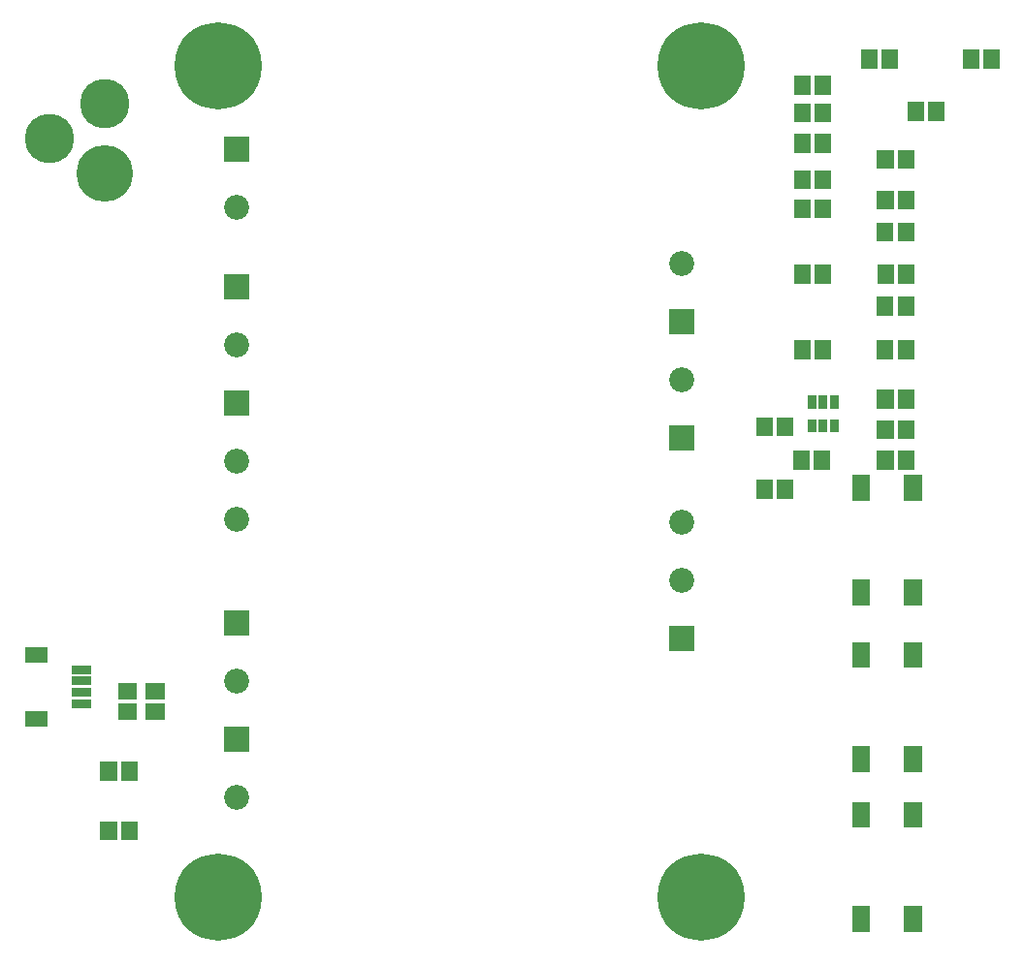
<source format=gbr>
G04 start of page 6 for group -4063 idx -4063 *
G04 Title: (unknown), componentmask *
G04 Creator: pcb 4.0.2 *
G04 CreationDate: Mon Feb 22 18:09:41 2021 UTC *
G04 For: ndholmes *
G04 Format: Gerber/RS-274X *
G04 PCB-Dimensions (mil): 3500.00 3200.00 *
G04 PCB-Coordinate-Origin: lower left *
%MOIN*%
%FSLAX25Y25*%
%LNTOPMASK*%
%ADD46C,0.1700*%
%ADD45C,0.1950*%
%ADD44C,0.2997*%
%ADD43C,0.0860*%
%ADD42C,0.0001*%
G54D42*G36*
X222200Y179300D02*Y170700D01*
X230800D01*
Y179300D01*
X222200D01*
G37*
G54D43*X226500Y195000D03*
G54D42*G36*
X222200Y219300D02*Y210700D01*
X230800D01*
Y219300D01*
X222200D01*
G37*
G54D43*X226500Y235000D03*
G54D44*X233000Y17000D03*
G54D42*G36*
X222200Y110300D02*Y101700D01*
X230800D01*
Y110300D01*
X222200D01*
G37*
G54D43*X226500Y126000D03*
Y146000D03*
G54D44*X233000Y303000D03*
G54D42*G36*
X69200Y191300D02*Y182700D01*
X77800D01*
Y191300D01*
X69200D01*
G37*
G54D43*X73500Y167000D03*
Y147000D03*
G54D42*G36*
X69200Y231300D02*Y222700D01*
X77800D01*
Y231300D01*
X69200D01*
G37*
G54D43*X73500Y207000D03*
G54D42*G36*
X69200Y115800D02*Y107200D01*
X77800D01*
Y115800D01*
X69200D01*
G37*
G54D43*X73500Y91500D03*
G54D42*G36*
X69200Y75800D02*Y67200D01*
X77800D01*
Y75800D01*
X69200D01*
G37*
G54D43*X73500Y51500D03*
G54D44*X67000Y17000D03*
Y303000D03*
G54D42*G36*
X69200Y278800D02*Y270200D01*
X77800D01*
Y278800D01*
X69200D01*
G37*
G54D43*X73500Y254500D03*
G54D45*X28000Y266000D03*
G54D46*Y290000D03*
X9000Y278000D03*
G54D42*G36*
X32748Y90902D02*Y85184D01*
X39252D01*
Y90902D01*
X32748D01*
G37*
G36*
Y83816D02*Y78098D01*
X39252D01*
Y83816D01*
X32748D01*
G37*
G36*
X42248Y90902D02*Y85184D01*
X48752D01*
Y90902D01*
X42248D01*
G37*
G36*
Y83816D02*Y78098D01*
X48752D01*
Y83816D01*
X42248D01*
G37*
G36*
X32316Y63752D02*X26598D01*
Y57248D01*
X32316D01*
Y63752D01*
G37*
G36*
X39402D02*X33684D01*
Y57248D01*
X39402D01*
Y63752D01*
G37*
G36*
X32316Y43252D02*X26598D01*
Y36748D01*
X32316D01*
Y43252D01*
G37*
G36*
X39402D02*X33684D01*
Y36748D01*
X39402D01*
Y43252D01*
G37*
G36*
X16649Y96887D02*Y93925D01*
X23351D01*
Y96887D01*
X16649D01*
G37*
G36*
X901Y103186D02*Y97862D01*
X8587D01*
Y103186D01*
X901D01*
G37*
G36*
X16649Y92950D02*Y89988D01*
X23351D01*
Y92950D01*
X16649D01*
G37*
G36*
Y89012D02*Y86050D01*
X23351D01*
Y89012D01*
X16649D01*
G37*
G36*
Y85075D02*Y82113D01*
X23351D01*
Y85075D01*
X16649D01*
G37*
G36*
X901Y81138D02*Y75814D01*
X8587D01*
Y81138D01*
X901D01*
G37*
G36*
X308950Y162400D02*X302850D01*
Y153500D01*
X308950D01*
Y162400D01*
G37*
G36*
X291150D02*X285050D01*
Y153500D01*
X291150D01*
Y162400D01*
G37*
G36*
X299316Y191752D02*X293598D01*
Y185248D01*
X299316D01*
Y191752D01*
G37*
G36*
Y181252D02*X293598D01*
Y174748D01*
X299316D01*
Y181252D01*
G37*
G36*
X306402D02*X300684D01*
Y174748D01*
X306402D01*
Y181252D01*
G37*
G36*
X299316Y170752D02*X293598D01*
Y164248D01*
X299316D01*
Y170752D01*
G37*
G36*
X306402D02*X300684D01*
Y164248D01*
X306402D01*
Y170752D01*
G37*
G36*
X308950Y126500D02*X302850D01*
Y117600D01*
X308950D01*
Y126500D01*
G37*
G36*
X291150D02*X285050D01*
Y117600D01*
X291150D01*
Y126500D01*
G37*
G36*
X308950Y104900D02*X302850D01*
Y96000D01*
X308950D01*
Y104900D01*
G37*
G36*
Y69000D02*X302850D01*
Y60100D01*
X308950D01*
Y69000D01*
G37*
G36*
X291150Y104900D02*X285050D01*
Y96000D01*
X291150D01*
Y104900D01*
G37*
G36*
Y69000D02*X285050D01*
Y60100D01*
X291150D01*
Y69000D01*
G37*
G36*
X308950Y49900D02*X302850D01*
Y41000D01*
X308950D01*
Y49900D01*
G37*
G36*
Y14000D02*X302850D01*
Y5100D01*
X308950D01*
Y14000D01*
G37*
G36*
X291150Y49900D02*X285050D01*
Y41000D01*
X291150D01*
Y49900D01*
G37*
G36*
Y14000D02*X285050D01*
Y5100D01*
X291150D01*
Y14000D01*
G37*
G36*
X280500Y189800D02*X277500D01*
Y185200D01*
X280500D01*
Y189800D01*
G37*
G36*
X276600D02*X273600D01*
Y185200D01*
X276600D01*
Y189800D01*
G37*
G36*
X272700D02*X269700D01*
Y185200D01*
X272700D01*
Y189800D01*
G37*
G36*
Y181600D02*X269700D01*
Y177000D01*
X272700D01*
Y181600D01*
G37*
G36*
X276600D02*X273600D01*
Y177000D01*
X276600D01*
Y181600D01*
G37*
G36*
X280500D02*X277500D01*
Y177000D01*
X280500D01*
Y181600D01*
G37*
G36*
X277445Y170752D02*X271727D01*
Y164248D01*
X277445D01*
Y170752D01*
G37*
G36*
X270359D02*X264641D01*
Y164248D01*
X270359D01*
Y170752D01*
G37*
G36*
X264902Y182252D02*X259184D01*
Y175748D01*
X264902D01*
Y182252D01*
G37*
G36*
Y160752D02*X259184D01*
Y154248D01*
X264902D01*
Y160752D01*
G37*
G36*
X257816Y182252D02*X252098D01*
Y175748D01*
X257816D01*
Y182252D01*
G37*
G36*
Y160752D02*X252098D01*
Y154248D01*
X257816D01*
Y160752D01*
G37*
G36*
X277902Y208752D02*X272184D01*
Y202248D01*
X277902D01*
Y208752D01*
G37*
G36*
X270816D02*X265098D01*
Y202248D01*
X270816D01*
Y208752D01*
G37*
G36*
X306402Y191752D02*X300684D01*
Y185248D01*
X306402D01*
Y191752D01*
G37*
G36*
X299273Y223752D02*X293555D01*
Y217248D01*
X299273D01*
Y223752D01*
G37*
G36*
X306359D02*X300641D01*
Y217248D01*
X306359D01*
Y223752D01*
G37*
G36*
Y208752D02*X300641D01*
Y202248D01*
X306359D01*
Y208752D01*
G37*
G36*
X299273D02*X293555D01*
Y202248D01*
X299273D01*
Y208752D01*
G37*
G36*
X293816Y308752D02*X288098D01*
Y302248D01*
X293816D01*
Y308752D01*
G37*
G36*
X300902D02*X295184D01*
Y302248D01*
X300902D01*
Y308752D01*
G37*
G36*
X328816D02*X323098D01*
Y302248D01*
X328816D01*
Y308752D01*
G37*
G36*
X335902D02*X330184D01*
Y302248D01*
X335902D01*
Y308752D01*
G37*
G36*
X316902Y290752D02*X311184D01*
Y284248D01*
X316902D01*
Y290752D01*
G37*
G36*
X299316Y274252D02*X293598D01*
Y267748D01*
X299316D01*
Y274252D01*
G37*
G36*
X299273Y249252D02*X293555D01*
Y242748D01*
X299273D01*
Y249252D01*
G37*
G36*
X299316Y260252D02*X293598D01*
Y253748D01*
X299316D01*
Y260252D01*
G37*
G36*
X277902Y299752D02*X272184D01*
Y293248D01*
X277902D01*
Y299752D01*
G37*
G36*
X270816D02*X265098D01*
Y293248D01*
X270816D01*
Y299752D01*
G37*
G36*
X277902Y290252D02*X272184D01*
Y283748D01*
X277902D01*
Y290252D01*
G37*
G36*
X270816D02*X265098D01*
Y283748D01*
X270816D01*
Y290252D01*
G37*
G36*
X309816Y290752D02*X304098D01*
Y284248D01*
X309816D01*
Y290752D01*
G37*
G36*
X306402Y274252D02*X300684D01*
Y267748D01*
X306402D01*
Y274252D01*
G37*
G36*
X306359Y249252D02*X300641D01*
Y242748D01*
X306359D01*
Y249252D01*
G37*
G36*
X306402Y260252D02*X300684D01*
Y253748D01*
X306402D01*
Y260252D01*
G37*
G36*
X270816Y234752D02*X265098D01*
Y228248D01*
X270816D01*
Y234752D01*
G37*
G36*
X277902D02*X272184D01*
Y228248D01*
X277902D01*
Y234752D01*
G37*
G36*
Y279752D02*X272184D01*
Y273248D01*
X277902D01*
Y279752D01*
G37*
G36*
X270816D02*X265098D01*
Y273248D01*
X270816D01*
Y279752D01*
G37*
G36*
Y257252D02*X265098D01*
Y250748D01*
X270816D01*
Y257252D01*
G37*
G36*
X277902D02*X272184D01*
Y250748D01*
X277902D01*
Y257252D01*
G37*
G36*
Y267252D02*X272184D01*
Y260748D01*
X277902D01*
Y267252D01*
G37*
G36*
X270816D02*X265098D01*
Y260748D01*
X270816D01*
Y267252D01*
G37*
G36*
X299359Y234752D02*X293641D01*
Y228248D01*
X299359D01*
Y234752D01*
G37*
G36*
X306445D02*X300727D01*
Y228248D01*
X306445D01*
Y234752D01*
G37*
M02*

</source>
